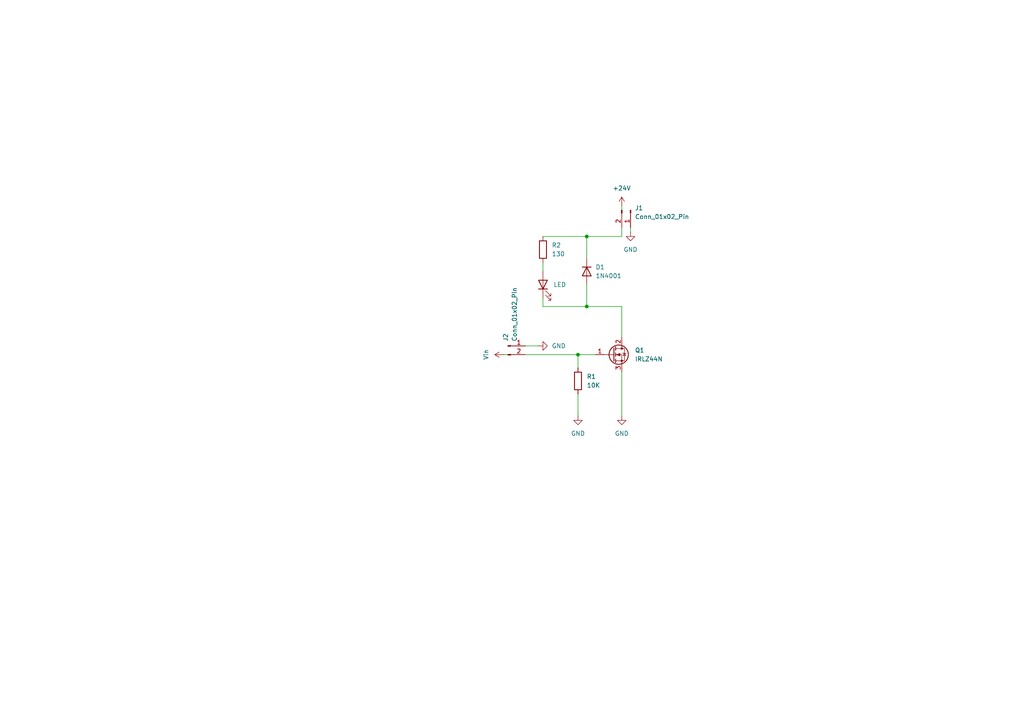
<source format=kicad_sch>
(kicad_sch (version 20231120) (generator "eeschema") (generator_version "8.0")
  (paper "A4")
  (title_block (title "Pilotage EV 24V") (date "2024-06-20") (company "Integra Metering ") (comment 1 "Amine Hatibi"))
  (lib_symbols
    (symbol "Connector:Conn_01x02_Pin" (pin_names (offset 1.016) hide)
      (property "Reference" "J" (at 0 2.54 0))
      (property "Value" "Conn_01x02_Pin" (at 0 -5.08 0))
      (symbol "Conn_01x02_Pin_1_1"
        (polyline (pts (xy 1.27 -2.54) (xy 0.8636 -2.54)) (stroke (width 0.1524)))
        (polyline (pts (xy 1.27 0) (xy 0.8636 0)) (stroke (width 0.1524)))
        (rectangle (start 0.8636 -2.413) (end 0 -2.667) (stroke (width 0.1524)) (fill (type outline)))
        (rectangle (start 0.8636 0.127) (end 0 -0.127) (stroke (width 0.1524)) (fill (type outline)))
        (pin passive line (at 5.08 0 180) (length 3.81) (name "Pin_1") (number "1"))
        (pin passive line (at 5.08 -2.54 180) (length 3.81) (name "Pin_2") (number "2"))
      )
    )
    (symbol "Device:LED" (pin_numbers hide) (pin_names (offset 1.016) hide)
      (property "Reference" "D" (at 0 2.54 0))
      (property "Value" "LED" (at 0 -2.54 0))
      (symbol "LED_0_1"
        (polyline (pts (xy -1.27 -1.27) (xy -1.27 1.27)) (stroke (width 0.254)))
        (polyline (pts (xy -1.27 0) (xy 1.27 0)))
        (polyline (pts (xy 1.27 -1.27) (xy 1.27 1.27) (xy -1.27 0) (xy 1.27 -1.27)) (stroke (width 0.254)))
        (polyline (pts (xy -3.048 -0.762) (xy -4.572 -2.286) (xy -3.81 -2.286) (xy -4.572 -2.286) (xy -4.572 -1.524)))
        (polyline (pts (xy -1.778 -0.762) (xy -3.302 -2.286) (xy -2.54 -2.286) (xy -3.302 -2.286) (xy -3.302 -1.524)))
      )
      (symbol "LED_1_1"
        (pin passive line (at -3.81 0 0) (length 2.54) (name "K") (number "1"))
        (pin passive line (at 3.81 0 180) (length 2.54) (name "A") (number "2"))
      )
    )
    (symbol "Device:R" (pin_numbers hide) (pin_names (offset 0))
      (property "Reference" "R" (at 2.032 0 90))
      (property "Value" "R" (at 0 0 90))
      (symbol "R_0_1"
        (rectangle (start -1.016 -2.54) (end 1.016 2.54) (stroke (width 0.254)))
      )
      (symbol "R_1_1"
        (pin passive line (at 0 3.81 270) (length 1.27) (name "~") (number "1"))
        (pin passive line (at 0 -3.81 90) (length 1.27) (name "~") (number "2"))
      )
    )
    (symbol "Diode:1N4001" (pin_numbers hide) (pin_names hide)
      (property "Reference" "D" (at 0 2.54 0))
      (property "Value" "1N4001" (at 0 -2.54 0))
      (symbol "1N4001_0_1"
        (polyline (pts (xy -1.27 1.27) (xy -1.27 -1.27)) (stroke (width 0.254)))
        (polyline (pts (xy 1.27 0) (xy -1.27 0)))
        (polyline (pts (xy 1.27 1.27) (xy 1.27 -1.27) (xy -1.27 0) (xy 1.27 1.27)) (stroke (width 0.254)))
      )
      (symbol "1N4001_1_1"
        (pin passive line (at -3.81 0 0) (length 2.54) (name "K") (number "1"))
        (pin passive line (at 3.81 0 180) (length 2.54) (name "A") (number "2"))
      )
    )
    (symbol "R_1" (pin_numbers hide) (pin_names (offset 0))
      (property "Reference" "R" (at 2.032 0 90))
      (property "Value" "R" (at 0 0 90))
      (symbol "R_1_0_1"
        (rectangle (start -1.016 -2.54) (end 1.016 2.54) (stroke (width 0.254)))
      )
      (symbol "R_1_1_1"
        (pin passive line (at 0 3.81 270) (length 1.27) (name "~") (number "1"))
        (pin passive line (at 0 -3.81 90) (length 1.27) (name "~") (number "2"))
      )
    )
    (symbol "Transistor_FET:IRLZ44N" (pin_names hide)
      (property "Reference" "Q" (at 5.08 1.905 0))
      (property "Value" "IRLZ44N" (at 5.08 0 0))
      (symbol "IRLZ44N_0_1"
        (polyline (pts (xy 0.254 0) (xy -2.54 0)))
        (polyline (pts (xy 0.254 1.905) (xy 0.254 -1.905)) (stroke (width 0.254)))
        (polyline (pts (xy 0.762 -1.27) (xy 0.762 -2.286)) (stroke (width 0.254)))
        (polyline (pts (xy 0.762 0.508) (xy 0.762 -0.508)) (stroke (width 0.254)))
        (polyline (pts (xy 0.762 2.286) (xy 0.762 1.27)) (stroke (width 0.254)))
        (polyline (pts (xy 2.54 2.54) (xy 2.54 1.778)))
        (polyline (pts (xy 2.54 -2.54) (xy 2.54 0) (xy 0.762 0)))
        (polyline (pts (xy 0.762 -1.778) (xy 3.302 -1.778) (xy 3.302 1.778) (xy 0.762 1.778)))
        (polyline (pts (xy 1.016 0) (xy 2.032 0.381) (xy 2.032 -0.381) (xy 1.016 0)) (fill (type outline)))
        (polyline (pts (xy 2.794 0.508) (xy 2.921 0.381) (xy 3.683 0.381) (xy 3.81 0.254)))
        (polyline (pts (xy 3.302 0.381) (xy 2.921 -0.254) (xy 3.683 -0.254) (xy 3.302 0.381)))
        (circle (center 1.651 0) (radius 2.794) (stroke (width 0.254)))
        (circle (center 2.54 -1.778) (radius 0.254) (fill (type outline)))
        (circle (center 2.54 1.778) (radius 0.254) (fill (type outline)))
      )
      (symbol "IRLZ44N_1_1"
        (pin input line (at -5.08 0 0) (length 2.54) (name "G") (number "1"))
        (pin passive line (at 2.54 5.08 270) (length 2.54) (name "D") (number "2"))
        (pin passive line (at 2.54 -5.08 90) (length 2.54) (name "S") (number "3"))
      )
    )
    (symbol "power:+24V" (power) (pin_numbers hide) (pin_names (offset 0) hide)
      (property "Value" "+24V" (at 0 3.556 0))
      (symbol "+24V_0_1"
        (polyline (pts (xy -0.762 1.27) (xy 0 2.54)))
        (polyline (pts (xy 0 0) (xy 0 2.54)))
        (polyline (pts (xy 0 2.54) (xy 0.762 1.27)))
      )
      (symbol "+24V_1_1"
        (pin power_in line (at 0 0 90) (length 0) (name "~") (number "1"))
      )
    )
    (symbol "power:GND" (power) (pin_numbers hide) (pin_names (offset 0) hide)
      (property "Value" "GND" (at 0 -3.81 0))
      (symbol "GND_0_1"
        (polyline (pts (xy 0 0) (xy 0 -1.27) (xy 1.27 -1.27) (xy 0 -2.54) (xy -1.27 -1.27) (xy 0 -1.27)))
      )
      (symbol "GND_1_1"
        (pin power_in line (at 0 0 270) (length 0) (name "~") (number "1"))
      )
    )
  )
  (junction (at 167.64 102.87))
  (junction (at 170.18 88.9))
  (junction (at 170.18 68.58))
  (wire (pts (xy 152.4 100.33) (xy 156.21 100.33)))
  (wire (pts (xy 180.34 107.95) (xy 180.34 120.65)))
  (wire (pts (xy 167.64 102.87) (xy 172.72 102.87)))
  (wire (pts (xy 146.05 102.87) (xy 147.32 102.87)))
  (wire (pts (xy 157.48 88.9) (xy 170.18 88.9)))
  (wire (pts (xy 152.4 102.87) (xy 167.64 102.87)))
  (wire (pts (xy 180.34 66.04) (xy 180.34 68.58)))
  (wire (pts (xy 170.18 88.9) (xy 170.18 82.55)))
  (wire (pts (xy 170.18 88.9) (xy 180.34 88.9)))
  (wire (pts (xy 180.34 68.58) (xy 170.18 68.58)))
  (wire (pts (xy 180.34 88.9) (xy 180.34 97.79)))
  (wire (pts (xy 167.64 114.3) (xy 167.64 120.65)))
  (wire (pts (xy 182.88 66.04) (xy 182.88 67.31)))
  (wire (pts (xy 170.18 68.58) (xy 170.18 74.93)))
  (wire (pts (xy 157.48 68.58) (xy 170.18 68.58)))
  (wire (pts (xy 157.48 86.36) (xy 157.48 88.9)))
  (wire (pts (xy 167.64 102.87) (xy 167.64 106.68)))
  (wire (pts (xy 180.34 59.69) (xy 180.34 60.96)))
  (wire (pts (xy 157.48 76.2) (xy 157.48 78.74)))
  (symbol (lib_id "power:GND") (at 182.88 67.31 0) (unit 1)
    (property "Reference" "#PWR05" (effects (hide yes)))
    (property "Value" "GND" (at 182.88 72.39 0))
    (property "Description" "Power symbol creates a global label with name \"GND\" , ground" (effects (hide yes)))
  )
  (symbol (lib_id "Transistor_FET:IRLZ44N") (at 177.8 102.87 0) (unit 1)
    (property "Reference" "Q1" (at 184.15 101.5999 0) (effects (justify left)))
    (property "Value" "IRLZ44N" (at 184.15 104.1399 0) (effects (justify left)))
    (property "Footprint" "Package_TO_SOT_THT:TO-220-3_Vertical" (effects (hide yes)))
    (property "Datasheet" "http://www.irf.com/product-info/datasheets/data/irlz44n.pdf" (effects (hide yes)))
    (property "Description" "47A Id, 55V Vds, 22mOhm Rds Single N-Channel HEXFET Power MOSFET, TO-220AB" (effects (hide yes)))
  )
  (symbol (lib_id "power:+24V") (at 180.34 59.69 0) (unit 1)
    (property "Reference" "#PWR03" (effects (hide yes)))
    (property "Value" "+24V" (at 180.34 54.61 0))
    (property "Description" "Power symbol creates a global label with name \"+24V\"" (effects (hide yes)))
  )
  (symbol (lib_id "Device:R") (at 157.48 72.39 0) (unit 1)
    (property "Reference" "R2" (at 160.02 71.1199 0) (effects (justify left)))
    (property "Value" "130" (at 160.02 73.6599 0) (effects (justify left)))
    (property "Footprint" "Resistor_THT:R_Axial_DIN0411_L9.9mm_D3.6mm_P12.70mm_Horizontal" (effects (hide yes)))
    (property "Description" "Resistor" (effects (hide yes)))
  )
  (symbol (lib_id "power:GND") (at 156.21 100.33 90) (unit 1)
    (property "Reference" "#PWR04" (effects (hide yes)))
    (property "Value" "GND" (at 160.02 100.3299 90) (effects (justify right)))
    (property "Description" "Power symbol creates a global label with name \"GND\" , ground" (effects (hide yes)))
  )
  (symbol (lib_id "power:GND") (at 180.34 120.65 0) (unit 1)
    (property "Reference" "#PWR01" (effects (hide yes)))
    (property "Value" "GND" (at 180.34 125.73 0))
    (property "Description" "Power symbol creates a global label with name \"GND\" , ground" (effects (hide yes)))
  )
  (symbol (lib_id "Device:LED") (at 157.48 82.55 90) (unit 1)
    (property "Reference" "D2" (effects (hide yes)))
    (property "Value" "LED" (at 160.528 82.55 90) (effects (justify right)))
    (property "Description" "Light emitting diode" (effects (hide yes)))
  )
  (symbol (lib_id "Connector:Conn_01x02_Pin") (at 147.32 100.33 0) (unit 1)
    (property "Reference" "J2" (at 146.6849 99.06 90) (effects (justify left)))
    (property "Value" "Conn_01x02_Pin" (at 149.2249 99.06 90) (effects (justify left)))
    (property "Footprint" "Connector_PinHeader_2.54mm:PinHeader_2x01_P2.54mm_Vertical" (effects (hide yes)))
    (property "Description" "Generic connector, single row, 01x02, script generated" (effects (hide yes)))
  )
  (symbol (lib_id "power:GND") (at 167.64 120.65 0) (unit 1)
    (property "Reference" "#PWR02" (effects (hide yes)))
    (property "Value" "GND" (at 167.64 125.73 0))
    (property "Description" "Power symbol creates a global label with name \"GND\" , ground" (effects (hide yes)))
  )
  (symbol (lib_id "power:+24V") (at 146.05 102.87 90) (unit 1)
    (property "Reference" "#PWR06" (effects (hide yes)))
    (property "Value" "Vin" (at 140.97 102.87 0))
    (property "Description" "Power symbol creates a global label with name \"+24V\"" (effects (hide yes)))
  )
  (symbol (lib_name "R_1") (lib_id "Device:R") (at 167.64 110.49 0) (unit 1)
    (property "Reference" "R1" (at 170.18 109.2199 0) (effects (justify left)))
    (property "Value" "10K" (at 170.18 111.7599 0) (effects (justify left)))
    (property "Footprint" "Resistor_THT:R_Axial_DIN0411_L9.9mm_D3.6mm_P12.70mm_Horizontal" (effects (hide yes)))
    (property "Description" "Resistor" (effects (hide yes)))
  )
  (symbol (lib_id "Connector:Conn_01x02_Pin") (at 182.88 60.96 270) (unit 1)
    (property "Reference" "J1" (at 184.15 60.3249 90) (effects (justify left)))
    (property "Value" "Conn_01x02_Pin" (at 184.15 62.8649 90) (effects (justify left)))
    (property "Footprint" "Connector_PinHeader_2.54mm:PinHeader_2x01_P2.54mm_Vertical" (effects (hide yes)))
    (property "Description" "Generic connector, single row, 01x02, script generated" (effects (hide yes)))
  )
  (symbol (lib_id "Diode:1N4001") (at 170.18 78.74 270) (unit 1)
    (property "Reference" "D1" (at 172.72 77.4699 90) (effects (justify left)))
    (property "Value" "1N4001" (at 172.72 80.0099 90) (effects (justify left)))
    (property "Footprint" "Diode_THT:D_DO-41_SOD81_P10.16mm_Horizontal" (effects (hide yes)))
    (property "Datasheet" "http://www.vishay.com/docs/88503/1n4001.pdf" (effects (hide yes)))
    (property "Description" "50V 1A General Purpose Rectifier Diode, DO-41" (effects (hide yes)))
    (property "Sim.Device" "D" (effects (hide yes)))
    (property "Sim.Pins" "1=K 2=A" (effects (hide yes)))
  )
)
</source>
